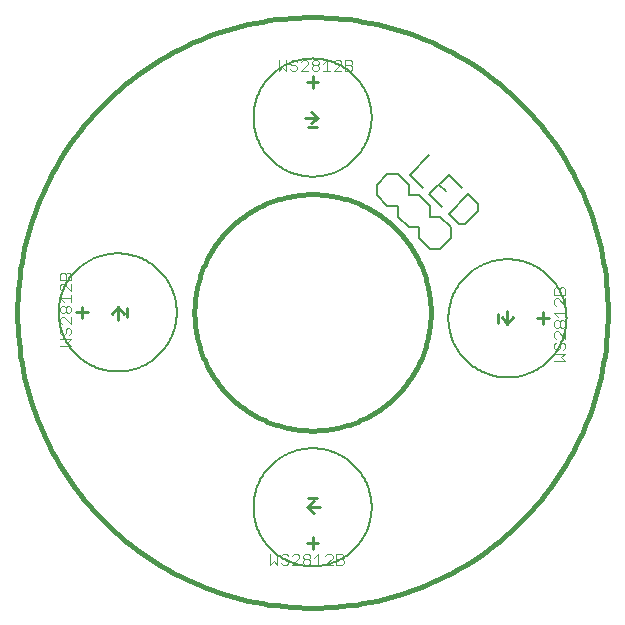
<source format=gto>
G75*
%MOIN*%
%OFA0B0*%
%FSLAX25Y25*%
%IPPOS*%
%LPD*%
%AMOC8*
5,1,8,0,0,1.08239X$1,22.5*
%
%ADD10C,0.01600*%
%ADD11C,0.00800*%
%ADD12C,0.00300*%
%ADD13C,0.01000*%
%ADD14C,0.00500*%
D10*
X0060855Y0100225D02*
X0060867Y0101191D01*
X0060902Y0102157D01*
X0060962Y0103121D01*
X0061045Y0104084D01*
X0061151Y0105044D01*
X0061281Y0106002D01*
X0061435Y0106956D01*
X0061611Y0107906D01*
X0061812Y0108851D01*
X0062035Y0109791D01*
X0062281Y0110725D01*
X0062550Y0111654D01*
X0062842Y0112575D01*
X0063156Y0113488D01*
X0063493Y0114394D01*
X0063852Y0115291D01*
X0064233Y0116179D01*
X0064635Y0117058D01*
X0065059Y0117926D01*
X0065504Y0118784D01*
X0065970Y0119630D01*
X0066456Y0120465D01*
X0066963Y0121288D01*
X0067490Y0122098D01*
X0068037Y0122895D01*
X0068603Y0123678D01*
X0069188Y0124447D01*
X0069792Y0125201D01*
X0070414Y0125940D01*
X0071054Y0126664D01*
X0071711Y0127372D01*
X0072386Y0128064D01*
X0073078Y0128739D01*
X0073786Y0129396D01*
X0074510Y0130036D01*
X0075249Y0130658D01*
X0076003Y0131262D01*
X0076772Y0131847D01*
X0077555Y0132413D01*
X0078352Y0132960D01*
X0079162Y0133487D01*
X0079985Y0133994D01*
X0080820Y0134480D01*
X0081666Y0134946D01*
X0082524Y0135391D01*
X0083392Y0135815D01*
X0084271Y0136217D01*
X0085159Y0136598D01*
X0086056Y0136957D01*
X0086962Y0137294D01*
X0087875Y0137608D01*
X0088796Y0137900D01*
X0089725Y0138169D01*
X0090659Y0138415D01*
X0091599Y0138638D01*
X0092544Y0138839D01*
X0093494Y0139015D01*
X0094448Y0139169D01*
X0095406Y0139299D01*
X0096366Y0139405D01*
X0097329Y0139488D01*
X0098293Y0139548D01*
X0099259Y0139583D01*
X0100225Y0139595D01*
X0101191Y0139583D01*
X0102157Y0139548D01*
X0103121Y0139488D01*
X0104084Y0139405D01*
X0105044Y0139299D01*
X0106002Y0139169D01*
X0106956Y0139015D01*
X0107906Y0138839D01*
X0108851Y0138638D01*
X0109791Y0138415D01*
X0110725Y0138169D01*
X0111654Y0137900D01*
X0112575Y0137608D01*
X0113488Y0137294D01*
X0114394Y0136957D01*
X0115291Y0136598D01*
X0116179Y0136217D01*
X0117058Y0135815D01*
X0117926Y0135391D01*
X0118784Y0134946D01*
X0119630Y0134480D01*
X0120465Y0133994D01*
X0121288Y0133487D01*
X0122098Y0132960D01*
X0122895Y0132413D01*
X0123678Y0131847D01*
X0124447Y0131262D01*
X0125201Y0130658D01*
X0125940Y0130036D01*
X0126664Y0129396D01*
X0127372Y0128739D01*
X0128064Y0128064D01*
X0128739Y0127372D01*
X0129396Y0126664D01*
X0130036Y0125940D01*
X0130658Y0125201D01*
X0131262Y0124447D01*
X0131847Y0123678D01*
X0132413Y0122895D01*
X0132960Y0122098D01*
X0133487Y0121288D01*
X0133994Y0120465D01*
X0134480Y0119630D01*
X0134946Y0118784D01*
X0135391Y0117926D01*
X0135815Y0117058D01*
X0136217Y0116179D01*
X0136598Y0115291D01*
X0136957Y0114394D01*
X0137294Y0113488D01*
X0137608Y0112575D01*
X0137900Y0111654D01*
X0138169Y0110725D01*
X0138415Y0109791D01*
X0138638Y0108851D01*
X0138839Y0107906D01*
X0139015Y0106956D01*
X0139169Y0106002D01*
X0139299Y0105044D01*
X0139405Y0104084D01*
X0139488Y0103121D01*
X0139548Y0102157D01*
X0139583Y0101191D01*
X0139595Y0100225D01*
X0139583Y0099259D01*
X0139548Y0098293D01*
X0139488Y0097329D01*
X0139405Y0096366D01*
X0139299Y0095406D01*
X0139169Y0094448D01*
X0139015Y0093494D01*
X0138839Y0092544D01*
X0138638Y0091599D01*
X0138415Y0090659D01*
X0138169Y0089725D01*
X0137900Y0088796D01*
X0137608Y0087875D01*
X0137294Y0086962D01*
X0136957Y0086056D01*
X0136598Y0085159D01*
X0136217Y0084271D01*
X0135815Y0083392D01*
X0135391Y0082524D01*
X0134946Y0081666D01*
X0134480Y0080820D01*
X0133994Y0079985D01*
X0133487Y0079162D01*
X0132960Y0078352D01*
X0132413Y0077555D01*
X0131847Y0076772D01*
X0131262Y0076003D01*
X0130658Y0075249D01*
X0130036Y0074510D01*
X0129396Y0073786D01*
X0128739Y0073078D01*
X0128064Y0072386D01*
X0127372Y0071711D01*
X0126664Y0071054D01*
X0125940Y0070414D01*
X0125201Y0069792D01*
X0124447Y0069188D01*
X0123678Y0068603D01*
X0122895Y0068037D01*
X0122098Y0067490D01*
X0121288Y0066963D01*
X0120465Y0066456D01*
X0119630Y0065970D01*
X0118784Y0065504D01*
X0117926Y0065059D01*
X0117058Y0064635D01*
X0116179Y0064233D01*
X0115291Y0063852D01*
X0114394Y0063493D01*
X0113488Y0063156D01*
X0112575Y0062842D01*
X0111654Y0062550D01*
X0110725Y0062281D01*
X0109791Y0062035D01*
X0108851Y0061812D01*
X0107906Y0061611D01*
X0106956Y0061435D01*
X0106002Y0061281D01*
X0105044Y0061151D01*
X0104084Y0061045D01*
X0103121Y0060962D01*
X0102157Y0060902D01*
X0101191Y0060867D01*
X0100225Y0060855D01*
X0099259Y0060867D01*
X0098293Y0060902D01*
X0097329Y0060962D01*
X0096366Y0061045D01*
X0095406Y0061151D01*
X0094448Y0061281D01*
X0093494Y0061435D01*
X0092544Y0061611D01*
X0091599Y0061812D01*
X0090659Y0062035D01*
X0089725Y0062281D01*
X0088796Y0062550D01*
X0087875Y0062842D01*
X0086962Y0063156D01*
X0086056Y0063493D01*
X0085159Y0063852D01*
X0084271Y0064233D01*
X0083392Y0064635D01*
X0082524Y0065059D01*
X0081666Y0065504D01*
X0080820Y0065970D01*
X0079985Y0066456D01*
X0079162Y0066963D01*
X0078352Y0067490D01*
X0077555Y0068037D01*
X0076772Y0068603D01*
X0076003Y0069188D01*
X0075249Y0069792D01*
X0074510Y0070414D01*
X0073786Y0071054D01*
X0073078Y0071711D01*
X0072386Y0072386D01*
X0071711Y0073078D01*
X0071054Y0073786D01*
X0070414Y0074510D01*
X0069792Y0075249D01*
X0069188Y0076003D01*
X0068603Y0076772D01*
X0068037Y0077555D01*
X0067490Y0078352D01*
X0066963Y0079162D01*
X0066456Y0079985D01*
X0065970Y0080820D01*
X0065504Y0081666D01*
X0065059Y0082524D01*
X0064635Y0083392D01*
X0064233Y0084271D01*
X0063852Y0085159D01*
X0063493Y0086056D01*
X0063156Y0086962D01*
X0062842Y0087875D01*
X0062550Y0088796D01*
X0062281Y0089725D01*
X0062035Y0090659D01*
X0061812Y0091599D01*
X0061611Y0092544D01*
X0061435Y0093494D01*
X0061281Y0094448D01*
X0061151Y0095406D01*
X0061045Y0096366D01*
X0060962Y0097329D01*
X0060902Y0098293D01*
X0060867Y0099259D01*
X0060855Y0100225D01*
X0001800Y0100225D02*
X0001830Y0102640D01*
X0001919Y0105054D01*
X0002067Y0107466D01*
X0002274Y0109872D01*
X0002540Y0112273D01*
X0002865Y0114667D01*
X0003249Y0117052D01*
X0003691Y0119427D01*
X0004192Y0121790D01*
X0004750Y0124140D01*
X0005365Y0126476D01*
X0006038Y0128796D01*
X0006768Y0131099D01*
X0007554Y0133383D01*
X0008395Y0135648D01*
X0009292Y0137891D01*
X0010244Y0140111D01*
X0011250Y0142307D01*
X0012309Y0144478D01*
X0013422Y0146622D01*
X0014587Y0148739D01*
X0015803Y0150826D01*
X0017070Y0152882D01*
X0018388Y0154907D01*
X0019754Y0156899D01*
X0021169Y0158857D01*
X0022632Y0160779D01*
X0024141Y0162665D01*
X0025697Y0164514D01*
X0027297Y0166323D01*
X0028941Y0168093D01*
X0030628Y0169822D01*
X0032357Y0171509D01*
X0034127Y0173153D01*
X0035936Y0174753D01*
X0037785Y0176309D01*
X0039671Y0177818D01*
X0041593Y0179281D01*
X0043551Y0180696D01*
X0045543Y0182062D01*
X0047568Y0183380D01*
X0049624Y0184647D01*
X0051711Y0185863D01*
X0053828Y0187028D01*
X0055972Y0188141D01*
X0058143Y0189200D01*
X0060339Y0190206D01*
X0062559Y0191158D01*
X0064802Y0192055D01*
X0067067Y0192896D01*
X0069351Y0193682D01*
X0071654Y0194412D01*
X0073974Y0195085D01*
X0076310Y0195700D01*
X0078660Y0196258D01*
X0081023Y0196759D01*
X0083398Y0197201D01*
X0085783Y0197585D01*
X0088177Y0197910D01*
X0090578Y0198176D01*
X0092984Y0198383D01*
X0095396Y0198531D01*
X0097810Y0198620D01*
X0100225Y0198650D01*
X0102640Y0198620D01*
X0105054Y0198531D01*
X0107466Y0198383D01*
X0109872Y0198176D01*
X0112273Y0197910D01*
X0114667Y0197585D01*
X0117052Y0197201D01*
X0119427Y0196759D01*
X0121790Y0196258D01*
X0124140Y0195700D01*
X0126476Y0195085D01*
X0128796Y0194412D01*
X0131099Y0193682D01*
X0133383Y0192896D01*
X0135648Y0192055D01*
X0137891Y0191158D01*
X0140111Y0190206D01*
X0142307Y0189200D01*
X0144478Y0188141D01*
X0146622Y0187028D01*
X0148739Y0185863D01*
X0150826Y0184647D01*
X0152882Y0183380D01*
X0154907Y0182062D01*
X0156899Y0180696D01*
X0158857Y0179281D01*
X0160779Y0177818D01*
X0162665Y0176309D01*
X0164514Y0174753D01*
X0166323Y0173153D01*
X0168093Y0171509D01*
X0169822Y0169822D01*
X0171509Y0168093D01*
X0173153Y0166323D01*
X0174753Y0164514D01*
X0176309Y0162665D01*
X0177818Y0160779D01*
X0179281Y0158857D01*
X0180696Y0156899D01*
X0182062Y0154907D01*
X0183380Y0152882D01*
X0184647Y0150826D01*
X0185863Y0148739D01*
X0187028Y0146622D01*
X0188141Y0144478D01*
X0189200Y0142307D01*
X0190206Y0140111D01*
X0191158Y0137891D01*
X0192055Y0135648D01*
X0192896Y0133383D01*
X0193682Y0131099D01*
X0194412Y0128796D01*
X0195085Y0126476D01*
X0195700Y0124140D01*
X0196258Y0121790D01*
X0196759Y0119427D01*
X0197201Y0117052D01*
X0197585Y0114667D01*
X0197910Y0112273D01*
X0198176Y0109872D01*
X0198383Y0107466D01*
X0198531Y0105054D01*
X0198620Y0102640D01*
X0198650Y0100225D01*
X0198620Y0097810D01*
X0198531Y0095396D01*
X0198383Y0092984D01*
X0198176Y0090578D01*
X0197910Y0088177D01*
X0197585Y0085783D01*
X0197201Y0083398D01*
X0196759Y0081023D01*
X0196258Y0078660D01*
X0195700Y0076310D01*
X0195085Y0073974D01*
X0194412Y0071654D01*
X0193682Y0069351D01*
X0192896Y0067067D01*
X0192055Y0064802D01*
X0191158Y0062559D01*
X0190206Y0060339D01*
X0189200Y0058143D01*
X0188141Y0055972D01*
X0187028Y0053828D01*
X0185863Y0051711D01*
X0184647Y0049624D01*
X0183380Y0047568D01*
X0182062Y0045543D01*
X0180696Y0043551D01*
X0179281Y0041593D01*
X0177818Y0039671D01*
X0176309Y0037785D01*
X0174753Y0035936D01*
X0173153Y0034127D01*
X0171509Y0032357D01*
X0169822Y0030628D01*
X0168093Y0028941D01*
X0166323Y0027297D01*
X0164514Y0025697D01*
X0162665Y0024141D01*
X0160779Y0022632D01*
X0158857Y0021169D01*
X0156899Y0019754D01*
X0154907Y0018388D01*
X0152882Y0017070D01*
X0150826Y0015803D01*
X0148739Y0014587D01*
X0146622Y0013422D01*
X0144478Y0012309D01*
X0142307Y0011250D01*
X0140111Y0010244D01*
X0137891Y0009292D01*
X0135648Y0008395D01*
X0133383Y0007554D01*
X0131099Y0006768D01*
X0128796Y0006038D01*
X0126476Y0005365D01*
X0124140Y0004750D01*
X0121790Y0004192D01*
X0119427Y0003691D01*
X0117052Y0003249D01*
X0114667Y0002865D01*
X0112273Y0002540D01*
X0109872Y0002274D01*
X0107466Y0002067D01*
X0105054Y0001919D01*
X0102640Y0001830D01*
X0100225Y0001800D01*
X0097810Y0001830D01*
X0095396Y0001919D01*
X0092984Y0002067D01*
X0090578Y0002274D01*
X0088177Y0002540D01*
X0085783Y0002865D01*
X0083398Y0003249D01*
X0081023Y0003691D01*
X0078660Y0004192D01*
X0076310Y0004750D01*
X0073974Y0005365D01*
X0071654Y0006038D01*
X0069351Y0006768D01*
X0067067Y0007554D01*
X0064802Y0008395D01*
X0062559Y0009292D01*
X0060339Y0010244D01*
X0058143Y0011250D01*
X0055972Y0012309D01*
X0053828Y0013422D01*
X0051711Y0014587D01*
X0049624Y0015803D01*
X0047568Y0017070D01*
X0045543Y0018388D01*
X0043551Y0019754D01*
X0041593Y0021169D01*
X0039671Y0022632D01*
X0037785Y0024141D01*
X0035936Y0025697D01*
X0034127Y0027297D01*
X0032357Y0028941D01*
X0030628Y0030628D01*
X0028941Y0032357D01*
X0027297Y0034127D01*
X0025697Y0035936D01*
X0024141Y0037785D01*
X0022632Y0039671D01*
X0021169Y0041593D01*
X0019754Y0043551D01*
X0018388Y0045543D01*
X0017070Y0047568D01*
X0015803Y0049624D01*
X0014587Y0051711D01*
X0013422Y0053828D01*
X0012309Y0055972D01*
X0011250Y0058143D01*
X0010244Y0060339D01*
X0009292Y0062559D01*
X0008395Y0064802D01*
X0007554Y0067067D01*
X0006768Y0069351D01*
X0006038Y0071654D01*
X0005365Y0073974D01*
X0004750Y0076310D01*
X0004192Y0078660D01*
X0003691Y0081023D01*
X0003249Y0083398D01*
X0002865Y0085783D01*
X0002540Y0088177D01*
X0002274Y0090578D01*
X0002067Y0092984D01*
X0001919Y0095396D01*
X0001830Y0097810D01*
X0001800Y0100225D01*
D11*
X0121654Y0139205D02*
X0125190Y0135670D01*
X0128725Y0135670D01*
X0128725Y0132134D01*
X0132261Y0128599D01*
X0135796Y0128599D01*
X0135796Y0125063D01*
X0139332Y0121528D01*
X0142867Y0121528D01*
X0146403Y0125063D01*
X0146403Y0128599D01*
X0142867Y0132134D01*
X0139332Y0132134D01*
X0139332Y0135670D01*
X0135796Y0139205D01*
X0132261Y0139205D01*
X0132261Y0142741D01*
X0128725Y0146277D01*
X0125190Y0146277D01*
X0121654Y0142741D01*
X0121654Y0139205D01*
X0132670Y0146104D02*
X0137010Y0141764D01*
X0139181Y0139593D02*
X0143521Y0135253D01*
X0145692Y0133082D02*
X0148947Y0129827D01*
X0151117Y0129827D01*
X0155458Y0134167D01*
X0155458Y0136338D01*
X0152202Y0139593D01*
X0145692Y0133082D01*
X0139181Y0139593D02*
X0145692Y0146104D01*
X0150032Y0141764D01*
X0144606Y0140678D02*
X0142436Y0142849D01*
X0139181Y0152615D02*
X0132670Y0146104D01*
D12*
X0087245Y0017295D02*
X0086010Y0016060D01*
X0086010Y0019763D01*
X0087245Y0017295D02*
X0088479Y0016060D01*
X0088479Y0019763D01*
X0089694Y0019146D02*
X0089694Y0018529D01*
X0090311Y0017912D01*
X0091545Y0017912D01*
X0092162Y0017295D01*
X0092162Y0016677D01*
X0091545Y0016060D01*
X0090311Y0016060D01*
X0089694Y0016677D01*
X0089694Y0019146D02*
X0090311Y0019763D01*
X0091545Y0019763D01*
X0092162Y0019146D01*
X0093377Y0019146D02*
X0093994Y0019763D01*
X0095228Y0019763D01*
X0095846Y0019146D01*
X0095846Y0018529D01*
X0093377Y0016060D01*
X0095846Y0016060D01*
X0097060Y0016677D02*
X0097060Y0017295D01*
X0097677Y0017912D01*
X0098912Y0017912D01*
X0099529Y0017295D01*
X0099529Y0016677D01*
X0098912Y0016060D01*
X0097677Y0016060D01*
X0097060Y0016677D01*
X0097677Y0017912D02*
X0097060Y0018529D01*
X0097060Y0019146D01*
X0097677Y0019763D01*
X0098912Y0019763D01*
X0099529Y0019146D01*
X0099529Y0018529D01*
X0098912Y0017912D01*
X0100743Y0018529D02*
X0101977Y0019763D01*
X0101977Y0016060D01*
X0100743Y0016060D02*
X0103212Y0016060D01*
X0104426Y0016060D02*
X0106895Y0018529D01*
X0106895Y0019146D01*
X0106278Y0019763D01*
X0105043Y0019763D01*
X0104426Y0019146D01*
X0104426Y0016060D02*
X0106895Y0016060D01*
X0108109Y0016060D02*
X0109961Y0016060D01*
X0110578Y0016677D01*
X0110578Y0017295D01*
X0109961Y0017912D01*
X0108109Y0017912D01*
X0108109Y0019763D02*
X0108109Y0016060D01*
X0109961Y0017912D02*
X0110578Y0018529D01*
X0110578Y0019146D01*
X0109961Y0019763D01*
X0108109Y0019763D01*
X0180687Y0084042D02*
X0184390Y0084042D01*
X0183156Y0085276D01*
X0184390Y0086511D01*
X0180687Y0086511D01*
X0181304Y0087725D02*
X0181921Y0087725D01*
X0182539Y0088342D01*
X0182539Y0089577D01*
X0183156Y0090194D01*
X0183773Y0090194D01*
X0184390Y0089577D01*
X0184390Y0088342D01*
X0183773Y0087725D01*
X0181304Y0087725D02*
X0180687Y0088342D01*
X0180687Y0089577D01*
X0181304Y0090194D01*
X0181304Y0091408D02*
X0180687Y0092025D01*
X0180687Y0093260D01*
X0181304Y0093877D01*
X0181921Y0093877D01*
X0184390Y0091408D01*
X0184390Y0093877D01*
X0183773Y0095091D02*
X0183156Y0095091D01*
X0182539Y0095709D01*
X0182539Y0096943D01*
X0183156Y0097560D01*
X0183773Y0097560D01*
X0184390Y0096943D01*
X0184390Y0095709D01*
X0183773Y0095091D01*
X0182539Y0095709D02*
X0181921Y0095091D01*
X0181304Y0095091D01*
X0180687Y0095709D01*
X0180687Y0096943D01*
X0181304Y0097560D01*
X0181921Y0097560D01*
X0182539Y0096943D01*
X0181921Y0098775D02*
X0180687Y0100009D01*
X0184390Y0100009D01*
X0184390Y0098775D02*
X0184390Y0101243D01*
X0184390Y0102458D02*
X0181921Y0104926D01*
X0181304Y0104926D01*
X0180687Y0104309D01*
X0180687Y0103075D01*
X0181304Y0102458D01*
X0184390Y0102458D02*
X0184390Y0104926D01*
X0184390Y0106141D02*
X0184390Y0107992D01*
X0183773Y0108610D01*
X0183156Y0108610D01*
X0182539Y0107992D01*
X0182539Y0106141D01*
X0184390Y0106141D02*
X0180687Y0106141D01*
X0180687Y0107992D01*
X0181304Y0108610D01*
X0181921Y0108610D01*
X0182539Y0107992D01*
X0112908Y0180690D02*
X0111057Y0180690D01*
X0111057Y0184393D01*
X0112908Y0184393D01*
X0113526Y0183776D01*
X0113526Y0183159D01*
X0112908Y0182542D01*
X0111057Y0182542D01*
X0109842Y0183159D02*
X0109842Y0183776D01*
X0109225Y0184393D01*
X0107991Y0184393D01*
X0107374Y0183776D01*
X0104925Y0184393D02*
X0104925Y0180690D01*
X0106159Y0180690D02*
X0103690Y0180690D01*
X0102476Y0181307D02*
X0101859Y0180690D01*
X0100624Y0180690D01*
X0100007Y0181307D01*
X0100007Y0181925D01*
X0100624Y0182542D01*
X0101859Y0182542D01*
X0102476Y0181925D01*
X0102476Y0181307D01*
X0101859Y0182542D02*
X0102476Y0183159D01*
X0102476Y0183776D01*
X0101859Y0184393D01*
X0100624Y0184393D01*
X0100007Y0183776D01*
X0100007Y0183159D01*
X0100624Y0182542D01*
X0098793Y0183159D02*
X0098793Y0183776D01*
X0098176Y0184393D01*
X0096941Y0184393D01*
X0096324Y0183776D01*
X0095110Y0183776D02*
X0094493Y0184393D01*
X0093258Y0184393D01*
X0092641Y0183776D01*
X0092641Y0183159D01*
X0093258Y0182542D01*
X0094493Y0182542D01*
X0095110Y0181925D01*
X0095110Y0181307D01*
X0094493Y0180690D01*
X0093258Y0180690D01*
X0092641Y0181307D01*
X0091427Y0180690D02*
X0091427Y0184393D01*
X0088958Y0184393D02*
X0088958Y0180690D01*
X0090192Y0181925D01*
X0091427Y0180690D01*
X0096324Y0180690D02*
X0098793Y0183159D01*
X0098793Y0180690D02*
X0096324Y0180690D01*
X0103690Y0183159D02*
X0104925Y0184393D01*
X0107374Y0180690D02*
X0109842Y0183159D01*
X0109842Y0180690D02*
X0107374Y0180690D01*
X0112908Y0180690D02*
X0113526Y0181307D01*
X0113526Y0181925D01*
X0112908Y0182542D01*
X0019760Y0112908D02*
X0019760Y0111057D01*
X0016057Y0111057D01*
X0016057Y0112908D01*
X0016674Y0113526D01*
X0017291Y0113526D01*
X0017909Y0112908D01*
X0017909Y0111057D01*
X0017291Y0109842D02*
X0016674Y0109842D01*
X0016057Y0109225D01*
X0016057Y0107991D01*
X0016674Y0107374D01*
X0016057Y0104925D02*
X0019760Y0104925D01*
X0019760Y0106159D02*
X0019760Y0103690D01*
X0019143Y0102476D02*
X0019760Y0101859D01*
X0019760Y0100624D01*
X0019143Y0100007D01*
X0018526Y0100007D01*
X0017909Y0100624D01*
X0017909Y0101859D01*
X0018526Y0102476D01*
X0019143Y0102476D01*
X0017909Y0101859D02*
X0017291Y0102476D01*
X0016674Y0102476D01*
X0016057Y0101859D01*
X0016057Y0100624D01*
X0016674Y0100007D01*
X0017291Y0100007D01*
X0017909Y0100624D01*
X0017291Y0098793D02*
X0016674Y0098793D01*
X0016057Y0098176D01*
X0016057Y0096941D01*
X0016674Y0096324D01*
X0016674Y0095110D02*
X0016057Y0094493D01*
X0016057Y0093258D01*
X0016674Y0092641D01*
X0017291Y0092641D01*
X0017909Y0093258D01*
X0017909Y0094493D01*
X0018526Y0095110D01*
X0019143Y0095110D01*
X0019760Y0094493D01*
X0019760Y0093258D01*
X0019143Y0092641D01*
X0019760Y0091427D02*
X0016057Y0091427D01*
X0016057Y0088958D02*
X0019760Y0088958D01*
X0018526Y0090192D01*
X0019760Y0091427D01*
X0019760Y0096324D02*
X0017291Y0098793D01*
X0019760Y0098793D02*
X0019760Y0096324D01*
X0017291Y0103690D02*
X0016057Y0104925D01*
X0019760Y0107374D02*
X0017291Y0109842D01*
X0019760Y0109842D02*
X0019760Y0107374D01*
X0019760Y0112908D02*
X0019143Y0113526D01*
X0018526Y0113526D01*
X0017909Y0112908D01*
D13*
X0023454Y0102194D02*
X0023454Y0098257D01*
X0021485Y0100225D02*
X0025422Y0100225D01*
X0033296Y0099831D02*
X0035265Y0102194D01*
X0037233Y0099831D01*
X0038414Y0098650D02*
X0038414Y0101800D01*
X0035265Y0102194D02*
X0035265Y0097863D01*
X0098650Y0038414D02*
X0101800Y0038414D01*
X0100619Y0037233D02*
X0098257Y0035265D01*
X0100619Y0033296D01*
X0102587Y0035265D02*
X0098257Y0035265D01*
X0100225Y0025422D02*
X0100225Y0021485D01*
X0098257Y0023454D02*
X0102194Y0023454D01*
X0162036Y0096682D02*
X0162036Y0099831D01*
X0163217Y0098650D02*
X0165186Y0096288D01*
X0167154Y0098650D01*
X0165186Y0100619D02*
X0165186Y0096288D01*
X0175028Y0098257D02*
X0178965Y0098257D01*
X0176997Y0100225D02*
X0176997Y0096288D01*
X0101800Y0162036D02*
X0098650Y0162036D01*
X0099831Y0163217D02*
X0102194Y0165186D01*
X0099831Y0167154D01*
X0097863Y0165186D02*
X0102194Y0165186D01*
X0100225Y0175028D02*
X0100225Y0178965D01*
X0098257Y0176997D02*
X0102194Y0176997D01*
D14*
X0080540Y0165186D02*
X0080546Y0165669D01*
X0080564Y0166152D01*
X0080593Y0166634D01*
X0080635Y0167115D01*
X0080688Y0167596D01*
X0080753Y0168074D01*
X0080830Y0168551D01*
X0080918Y0169026D01*
X0081018Y0169499D01*
X0081130Y0169969D01*
X0081253Y0170436D01*
X0081388Y0170900D01*
X0081534Y0171361D01*
X0081691Y0171818D01*
X0081859Y0172271D01*
X0082038Y0172719D01*
X0082229Y0173163D01*
X0082430Y0173602D01*
X0082642Y0174037D01*
X0082864Y0174465D01*
X0083097Y0174889D01*
X0083341Y0175306D01*
X0083594Y0175717D01*
X0083858Y0176122D01*
X0084131Y0176521D01*
X0084414Y0176912D01*
X0084706Y0177297D01*
X0085008Y0177674D01*
X0085319Y0178044D01*
X0085639Y0178406D01*
X0085968Y0178760D01*
X0086306Y0179105D01*
X0086651Y0179443D01*
X0087005Y0179772D01*
X0087367Y0180092D01*
X0087737Y0180403D01*
X0088114Y0180705D01*
X0088499Y0180997D01*
X0088890Y0181280D01*
X0089289Y0181553D01*
X0089694Y0181817D01*
X0090105Y0182070D01*
X0090522Y0182314D01*
X0090946Y0182547D01*
X0091374Y0182769D01*
X0091809Y0182981D01*
X0092248Y0183182D01*
X0092692Y0183373D01*
X0093140Y0183552D01*
X0093593Y0183720D01*
X0094050Y0183877D01*
X0094511Y0184023D01*
X0094975Y0184158D01*
X0095442Y0184281D01*
X0095912Y0184393D01*
X0096385Y0184493D01*
X0096860Y0184581D01*
X0097337Y0184658D01*
X0097815Y0184723D01*
X0098296Y0184776D01*
X0098777Y0184818D01*
X0099259Y0184847D01*
X0099742Y0184865D01*
X0100225Y0184871D01*
X0100708Y0184865D01*
X0101191Y0184847D01*
X0101673Y0184818D01*
X0102154Y0184776D01*
X0102635Y0184723D01*
X0103113Y0184658D01*
X0103590Y0184581D01*
X0104065Y0184493D01*
X0104538Y0184393D01*
X0105008Y0184281D01*
X0105475Y0184158D01*
X0105939Y0184023D01*
X0106400Y0183877D01*
X0106857Y0183720D01*
X0107310Y0183552D01*
X0107758Y0183373D01*
X0108202Y0183182D01*
X0108641Y0182981D01*
X0109076Y0182769D01*
X0109504Y0182547D01*
X0109928Y0182314D01*
X0110345Y0182070D01*
X0110756Y0181817D01*
X0111161Y0181553D01*
X0111560Y0181280D01*
X0111951Y0180997D01*
X0112336Y0180705D01*
X0112713Y0180403D01*
X0113083Y0180092D01*
X0113445Y0179772D01*
X0113799Y0179443D01*
X0114144Y0179105D01*
X0114482Y0178760D01*
X0114811Y0178406D01*
X0115131Y0178044D01*
X0115442Y0177674D01*
X0115744Y0177297D01*
X0116036Y0176912D01*
X0116319Y0176521D01*
X0116592Y0176122D01*
X0116856Y0175717D01*
X0117109Y0175306D01*
X0117353Y0174889D01*
X0117586Y0174465D01*
X0117808Y0174037D01*
X0118020Y0173602D01*
X0118221Y0173163D01*
X0118412Y0172719D01*
X0118591Y0172271D01*
X0118759Y0171818D01*
X0118916Y0171361D01*
X0119062Y0170900D01*
X0119197Y0170436D01*
X0119320Y0169969D01*
X0119432Y0169499D01*
X0119532Y0169026D01*
X0119620Y0168551D01*
X0119697Y0168074D01*
X0119762Y0167596D01*
X0119815Y0167115D01*
X0119857Y0166634D01*
X0119886Y0166152D01*
X0119904Y0165669D01*
X0119910Y0165186D01*
X0119904Y0164703D01*
X0119886Y0164220D01*
X0119857Y0163738D01*
X0119815Y0163257D01*
X0119762Y0162776D01*
X0119697Y0162298D01*
X0119620Y0161821D01*
X0119532Y0161346D01*
X0119432Y0160873D01*
X0119320Y0160403D01*
X0119197Y0159936D01*
X0119062Y0159472D01*
X0118916Y0159011D01*
X0118759Y0158554D01*
X0118591Y0158101D01*
X0118412Y0157653D01*
X0118221Y0157209D01*
X0118020Y0156770D01*
X0117808Y0156335D01*
X0117586Y0155907D01*
X0117353Y0155483D01*
X0117109Y0155066D01*
X0116856Y0154655D01*
X0116592Y0154250D01*
X0116319Y0153851D01*
X0116036Y0153460D01*
X0115744Y0153075D01*
X0115442Y0152698D01*
X0115131Y0152328D01*
X0114811Y0151966D01*
X0114482Y0151612D01*
X0114144Y0151267D01*
X0113799Y0150929D01*
X0113445Y0150600D01*
X0113083Y0150280D01*
X0112713Y0149969D01*
X0112336Y0149667D01*
X0111951Y0149375D01*
X0111560Y0149092D01*
X0111161Y0148819D01*
X0110756Y0148555D01*
X0110345Y0148302D01*
X0109928Y0148058D01*
X0109504Y0147825D01*
X0109076Y0147603D01*
X0108641Y0147391D01*
X0108202Y0147190D01*
X0107758Y0146999D01*
X0107310Y0146820D01*
X0106857Y0146652D01*
X0106400Y0146495D01*
X0105939Y0146349D01*
X0105475Y0146214D01*
X0105008Y0146091D01*
X0104538Y0145979D01*
X0104065Y0145879D01*
X0103590Y0145791D01*
X0103113Y0145714D01*
X0102635Y0145649D01*
X0102154Y0145596D01*
X0101673Y0145554D01*
X0101191Y0145525D01*
X0100708Y0145507D01*
X0100225Y0145501D01*
X0099742Y0145507D01*
X0099259Y0145525D01*
X0098777Y0145554D01*
X0098296Y0145596D01*
X0097815Y0145649D01*
X0097337Y0145714D01*
X0096860Y0145791D01*
X0096385Y0145879D01*
X0095912Y0145979D01*
X0095442Y0146091D01*
X0094975Y0146214D01*
X0094511Y0146349D01*
X0094050Y0146495D01*
X0093593Y0146652D01*
X0093140Y0146820D01*
X0092692Y0146999D01*
X0092248Y0147190D01*
X0091809Y0147391D01*
X0091374Y0147603D01*
X0090946Y0147825D01*
X0090522Y0148058D01*
X0090105Y0148302D01*
X0089694Y0148555D01*
X0089289Y0148819D01*
X0088890Y0149092D01*
X0088499Y0149375D01*
X0088114Y0149667D01*
X0087737Y0149969D01*
X0087367Y0150280D01*
X0087005Y0150600D01*
X0086651Y0150929D01*
X0086306Y0151267D01*
X0085968Y0151612D01*
X0085639Y0151966D01*
X0085319Y0152328D01*
X0085008Y0152698D01*
X0084706Y0153075D01*
X0084414Y0153460D01*
X0084131Y0153851D01*
X0083858Y0154250D01*
X0083594Y0154655D01*
X0083341Y0155066D01*
X0083097Y0155483D01*
X0082864Y0155907D01*
X0082642Y0156335D01*
X0082430Y0156770D01*
X0082229Y0157209D01*
X0082038Y0157653D01*
X0081859Y0158101D01*
X0081691Y0158554D01*
X0081534Y0159011D01*
X0081388Y0159472D01*
X0081253Y0159936D01*
X0081130Y0160403D01*
X0081018Y0160873D01*
X0080918Y0161346D01*
X0080830Y0161821D01*
X0080753Y0162298D01*
X0080688Y0162776D01*
X0080635Y0163257D01*
X0080593Y0163738D01*
X0080564Y0164220D01*
X0080546Y0164703D01*
X0080540Y0165186D01*
X0015580Y0100225D02*
X0015586Y0100708D01*
X0015604Y0101191D01*
X0015633Y0101673D01*
X0015675Y0102154D01*
X0015728Y0102635D01*
X0015793Y0103113D01*
X0015870Y0103590D01*
X0015958Y0104065D01*
X0016058Y0104538D01*
X0016170Y0105008D01*
X0016293Y0105475D01*
X0016428Y0105939D01*
X0016574Y0106400D01*
X0016731Y0106857D01*
X0016899Y0107310D01*
X0017078Y0107758D01*
X0017269Y0108202D01*
X0017470Y0108641D01*
X0017682Y0109076D01*
X0017904Y0109504D01*
X0018137Y0109928D01*
X0018381Y0110345D01*
X0018634Y0110756D01*
X0018898Y0111161D01*
X0019171Y0111560D01*
X0019454Y0111951D01*
X0019746Y0112336D01*
X0020048Y0112713D01*
X0020359Y0113083D01*
X0020679Y0113445D01*
X0021008Y0113799D01*
X0021346Y0114144D01*
X0021691Y0114482D01*
X0022045Y0114811D01*
X0022407Y0115131D01*
X0022777Y0115442D01*
X0023154Y0115744D01*
X0023539Y0116036D01*
X0023930Y0116319D01*
X0024329Y0116592D01*
X0024734Y0116856D01*
X0025145Y0117109D01*
X0025562Y0117353D01*
X0025986Y0117586D01*
X0026414Y0117808D01*
X0026849Y0118020D01*
X0027288Y0118221D01*
X0027732Y0118412D01*
X0028180Y0118591D01*
X0028633Y0118759D01*
X0029090Y0118916D01*
X0029551Y0119062D01*
X0030015Y0119197D01*
X0030482Y0119320D01*
X0030952Y0119432D01*
X0031425Y0119532D01*
X0031900Y0119620D01*
X0032377Y0119697D01*
X0032855Y0119762D01*
X0033336Y0119815D01*
X0033817Y0119857D01*
X0034299Y0119886D01*
X0034782Y0119904D01*
X0035265Y0119910D01*
X0035748Y0119904D01*
X0036231Y0119886D01*
X0036713Y0119857D01*
X0037194Y0119815D01*
X0037675Y0119762D01*
X0038153Y0119697D01*
X0038630Y0119620D01*
X0039105Y0119532D01*
X0039578Y0119432D01*
X0040048Y0119320D01*
X0040515Y0119197D01*
X0040979Y0119062D01*
X0041440Y0118916D01*
X0041897Y0118759D01*
X0042350Y0118591D01*
X0042798Y0118412D01*
X0043242Y0118221D01*
X0043681Y0118020D01*
X0044116Y0117808D01*
X0044544Y0117586D01*
X0044968Y0117353D01*
X0045385Y0117109D01*
X0045796Y0116856D01*
X0046201Y0116592D01*
X0046600Y0116319D01*
X0046991Y0116036D01*
X0047376Y0115744D01*
X0047753Y0115442D01*
X0048123Y0115131D01*
X0048485Y0114811D01*
X0048839Y0114482D01*
X0049184Y0114144D01*
X0049522Y0113799D01*
X0049851Y0113445D01*
X0050171Y0113083D01*
X0050482Y0112713D01*
X0050784Y0112336D01*
X0051076Y0111951D01*
X0051359Y0111560D01*
X0051632Y0111161D01*
X0051896Y0110756D01*
X0052149Y0110345D01*
X0052393Y0109928D01*
X0052626Y0109504D01*
X0052848Y0109076D01*
X0053060Y0108641D01*
X0053261Y0108202D01*
X0053452Y0107758D01*
X0053631Y0107310D01*
X0053799Y0106857D01*
X0053956Y0106400D01*
X0054102Y0105939D01*
X0054237Y0105475D01*
X0054360Y0105008D01*
X0054472Y0104538D01*
X0054572Y0104065D01*
X0054660Y0103590D01*
X0054737Y0103113D01*
X0054802Y0102635D01*
X0054855Y0102154D01*
X0054897Y0101673D01*
X0054926Y0101191D01*
X0054944Y0100708D01*
X0054950Y0100225D01*
X0054944Y0099742D01*
X0054926Y0099259D01*
X0054897Y0098777D01*
X0054855Y0098296D01*
X0054802Y0097815D01*
X0054737Y0097337D01*
X0054660Y0096860D01*
X0054572Y0096385D01*
X0054472Y0095912D01*
X0054360Y0095442D01*
X0054237Y0094975D01*
X0054102Y0094511D01*
X0053956Y0094050D01*
X0053799Y0093593D01*
X0053631Y0093140D01*
X0053452Y0092692D01*
X0053261Y0092248D01*
X0053060Y0091809D01*
X0052848Y0091374D01*
X0052626Y0090946D01*
X0052393Y0090522D01*
X0052149Y0090105D01*
X0051896Y0089694D01*
X0051632Y0089289D01*
X0051359Y0088890D01*
X0051076Y0088499D01*
X0050784Y0088114D01*
X0050482Y0087737D01*
X0050171Y0087367D01*
X0049851Y0087005D01*
X0049522Y0086651D01*
X0049184Y0086306D01*
X0048839Y0085968D01*
X0048485Y0085639D01*
X0048123Y0085319D01*
X0047753Y0085008D01*
X0047376Y0084706D01*
X0046991Y0084414D01*
X0046600Y0084131D01*
X0046201Y0083858D01*
X0045796Y0083594D01*
X0045385Y0083341D01*
X0044968Y0083097D01*
X0044544Y0082864D01*
X0044116Y0082642D01*
X0043681Y0082430D01*
X0043242Y0082229D01*
X0042798Y0082038D01*
X0042350Y0081859D01*
X0041897Y0081691D01*
X0041440Y0081534D01*
X0040979Y0081388D01*
X0040515Y0081253D01*
X0040048Y0081130D01*
X0039578Y0081018D01*
X0039105Y0080918D01*
X0038630Y0080830D01*
X0038153Y0080753D01*
X0037675Y0080688D01*
X0037194Y0080635D01*
X0036713Y0080593D01*
X0036231Y0080564D01*
X0035748Y0080546D01*
X0035265Y0080540D01*
X0034782Y0080546D01*
X0034299Y0080564D01*
X0033817Y0080593D01*
X0033336Y0080635D01*
X0032855Y0080688D01*
X0032377Y0080753D01*
X0031900Y0080830D01*
X0031425Y0080918D01*
X0030952Y0081018D01*
X0030482Y0081130D01*
X0030015Y0081253D01*
X0029551Y0081388D01*
X0029090Y0081534D01*
X0028633Y0081691D01*
X0028180Y0081859D01*
X0027732Y0082038D01*
X0027288Y0082229D01*
X0026849Y0082430D01*
X0026414Y0082642D01*
X0025986Y0082864D01*
X0025562Y0083097D01*
X0025145Y0083341D01*
X0024734Y0083594D01*
X0024329Y0083858D01*
X0023930Y0084131D01*
X0023539Y0084414D01*
X0023154Y0084706D01*
X0022777Y0085008D01*
X0022407Y0085319D01*
X0022045Y0085639D01*
X0021691Y0085968D01*
X0021346Y0086306D01*
X0021008Y0086651D01*
X0020679Y0087005D01*
X0020359Y0087367D01*
X0020048Y0087737D01*
X0019746Y0088114D01*
X0019454Y0088499D01*
X0019171Y0088890D01*
X0018898Y0089289D01*
X0018634Y0089694D01*
X0018381Y0090105D01*
X0018137Y0090522D01*
X0017904Y0090946D01*
X0017682Y0091374D01*
X0017470Y0091809D01*
X0017269Y0092248D01*
X0017078Y0092692D01*
X0016899Y0093140D01*
X0016731Y0093593D01*
X0016574Y0094050D01*
X0016428Y0094511D01*
X0016293Y0094975D01*
X0016170Y0095442D01*
X0016058Y0095912D01*
X0015958Y0096385D01*
X0015870Y0096860D01*
X0015793Y0097337D01*
X0015728Y0097815D01*
X0015675Y0098296D01*
X0015633Y0098777D01*
X0015604Y0099259D01*
X0015586Y0099742D01*
X0015580Y0100225D01*
X0080540Y0035265D02*
X0080546Y0035748D01*
X0080564Y0036231D01*
X0080593Y0036713D01*
X0080635Y0037194D01*
X0080688Y0037675D01*
X0080753Y0038153D01*
X0080830Y0038630D01*
X0080918Y0039105D01*
X0081018Y0039578D01*
X0081130Y0040048D01*
X0081253Y0040515D01*
X0081388Y0040979D01*
X0081534Y0041440D01*
X0081691Y0041897D01*
X0081859Y0042350D01*
X0082038Y0042798D01*
X0082229Y0043242D01*
X0082430Y0043681D01*
X0082642Y0044116D01*
X0082864Y0044544D01*
X0083097Y0044968D01*
X0083341Y0045385D01*
X0083594Y0045796D01*
X0083858Y0046201D01*
X0084131Y0046600D01*
X0084414Y0046991D01*
X0084706Y0047376D01*
X0085008Y0047753D01*
X0085319Y0048123D01*
X0085639Y0048485D01*
X0085968Y0048839D01*
X0086306Y0049184D01*
X0086651Y0049522D01*
X0087005Y0049851D01*
X0087367Y0050171D01*
X0087737Y0050482D01*
X0088114Y0050784D01*
X0088499Y0051076D01*
X0088890Y0051359D01*
X0089289Y0051632D01*
X0089694Y0051896D01*
X0090105Y0052149D01*
X0090522Y0052393D01*
X0090946Y0052626D01*
X0091374Y0052848D01*
X0091809Y0053060D01*
X0092248Y0053261D01*
X0092692Y0053452D01*
X0093140Y0053631D01*
X0093593Y0053799D01*
X0094050Y0053956D01*
X0094511Y0054102D01*
X0094975Y0054237D01*
X0095442Y0054360D01*
X0095912Y0054472D01*
X0096385Y0054572D01*
X0096860Y0054660D01*
X0097337Y0054737D01*
X0097815Y0054802D01*
X0098296Y0054855D01*
X0098777Y0054897D01*
X0099259Y0054926D01*
X0099742Y0054944D01*
X0100225Y0054950D01*
X0100708Y0054944D01*
X0101191Y0054926D01*
X0101673Y0054897D01*
X0102154Y0054855D01*
X0102635Y0054802D01*
X0103113Y0054737D01*
X0103590Y0054660D01*
X0104065Y0054572D01*
X0104538Y0054472D01*
X0105008Y0054360D01*
X0105475Y0054237D01*
X0105939Y0054102D01*
X0106400Y0053956D01*
X0106857Y0053799D01*
X0107310Y0053631D01*
X0107758Y0053452D01*
X0108202Y0053261D01*
X0108641Y0053060D01*
X0109076Y0052848D01*
X0109504Y0052626D01*
X0109928Y0052393D01*
X0110345Y0052149D01*
X0110756Y0051896D01*
X0111161Y0051632D01*
X0111560Y0051359D01*
X0111951Y0051076D01*
X0112336Y0050784D01*
X0112713Y0050482D01*
X0113083Y0050171D01*
X0113445Y0049851D01*
X0113799Y0049522D01*
X0114144Y0049184D01*
X0114482Y0048839D01*
X0114811Y0048485D01*
X0115131Y0048123D01*
X0115442Y0047753D01*
X0115744Y0047376D01*
X0116036Y0046991D01*
X0116319Y0046600D01*
X0116592Y0046201D01*
X0116856Y0045796D01*
X0117109Y0045385D01*
X0117353Y0044968D01*
X0117586Y0044544D01*
X0117808Y0044116D01*
X0118020Y0043681D01*
X0118221Y0043242D01*
X0118412Y0042798D01*
X0118591Y0042350D01*
X0118759Y0041897D01*
X0118916Y0041440D01*
X0119062Y0040979D01*
X0119197Y0040515D01*
X0119320Y0040048D01*
X0119432Y0039578D01*
X0119532Y0039105D01*
X0119620Y0038630D01*
X0119697Y0038153D01*
X0119762Y0037675D01*
X0119815Y0037194D01*
X0119857Y0036713D01*
X0119886Y0036231D01*
X0119904Y0035748D01*
X0119910Y0035265D01*
X0119904Y0034782D01*
X0119886Y0034299D01*
X0119857Y0033817D01*
X0119815Y0033336D01*
X0119762Y0032855D01*
X0119697Y0032377D01*
X0119620Y0031900D01*
X0119532Y0031425D01*
X0119432Y0030952D01*
X0119320Y0030482D01*
X0119197Y0030015D01*
X0119062Y0029551D01*
X0118916Y0029090D01*
X0118759Y0028633D01*
X0118591Y0028180D01*
X0118412Y0027732D01*
X0118221Y0027288D01*
X0118020Y0026849D01*
X0117808Y0026414D01*
X0117586Y0025986D01*
X0117353Y0025562D01*
X0117109Y0025145D01*
X0116856Y0024734D01*
X0116592Y0024329D01*
X0116319Y0023930D01*
X0116036Y0023539D01*
X0115744Y0023154D01*
X0115442Y0022777D01*
X0115131Y0022407D01*
X0114811Y0022045D01*
X0114482Y0021691D01*
X0114144Y0021346D01*
X0113799Y0021008D01*
X0113445Y0020679D01*
X0113083Y0020359D01*
X0112713Y0020048D01*
X0112336Y0019746D01*
X0111951Y0019454D01*
X0111560Y0019171D01*
X0111161Y0018898D01*
X0110756Y0018634D01*
X0110345Y0018381D01*
X0109928Y0018137D01*
X0109504Y0017904D01*
X0109076Y0017682D01*
X0108641Y0017470D01*
X0108202Y0017269D01*
X0107758Y0017078D01*
X0107310Y0016899D01*
X0106857Y0016731D01*
X0106400Y0016574D01*
X0105939Y0016428D01*
X0105475Y0016293D01*
X0105008Y0016170D01*
X0104538Y0016058D01*
X0104065Y0015958D01*
X0103590Y0015870D01*
X0103113Y0015793D01*
X0102635Y0015728D01*
X0102154Y0015675D01*
X0101673Y0015633D01*
X0101191Y0015604D01*
X0100708Y0015586D01*
X0100225Y0015580D01*
X0099742Y0015586D01*
X0099259Y0015604D01*
X0098777Y0015633D01*
X0098296Y0015675D01*
X0097815Y0015728D01*
X0097337Y0015793D01*
X0096860Y0015870D01*
X0096385Y0015958D01*
X0095912Y0016058D01*
X0095442Y0016170D01*
X0094975Y0016293D01*
X0094511Y0016428D01*
X0094050Y0016574D01*
X0093593Y0016731D01*
X0093140Y0016899D01*
X0092692Y0017078D01*
X0092248Y0017269D01*
X0091809Y0017470D01*
X0091374Y0017682D01*
X0090946Y0017904D01*
X0090522Y0018137D01*
X0090105Y0018381D01*
X0089694Y0018634D01*
X0089289Y0018898D01*
X0088890Y0019171D01*
X0088499Y0019454D01*
X0088114Y0019746D01*
X0087737Y0020048D01*
X0087367Y0020359D01*
X0087005Y0020679D01*
X0086651Y0021008D01*
X0086306Y0021346D01*
X0085968Y0021691D01*
X0085639Y0022045D01*
X0085319Y0022407D01*
X0085008Y0022777D01*
X0084706Y0023154D01*
X0084414Y0023539D01*
X0084131Y0023930D01*
X0083858Y0024329D01*
X0083594Y0024734D01*
X0083341Y0025145D01*
X0083097Y0025562D01*
X0082864Y0025986D01*
X0082642Y0026414D01*
X0082430Y0026849D01*
X0082229Y0027288D01*
X0082038Y0027732D01*
X0081859Y0028180D01*
X0081691Y0028633D01*
X0081534Y0029090D01*
X0081388Y0029551D01*
X0081253Y0030015D01*
X0081130Y0030482D01*
X0081018Y0030952D01*
X0080918Y0031425D01*
X0080830Y0031900D01*
X0080753Y0032377D01*
X0080688Y0032855D01*
X0080635Y0033336D01*
X0080593Y0033817D01*
X0080564Y0034299D01*
X0080546Y0034782D01*
X0080540Y0035265D01*
X0145501Y0098257D02*
X0145507Y0098740D01*
X0145525Y0099223D01*
X0145554Y0099705D01*
X0145596Y0100186D01*
X0145649Y0100667D01*
X0145714Y0101145D01*
X0145791Y0101622D01*
X0145879Y0102097D01*
X0145979Y0102570D01*
X0146091Y0103040D01*
X0146214Y0103507D01*
X0146349Y0103971D01*
X0146495Y0104432D01*
X0146652Y0104889D01*
X0146820Y0105342D01*
X0146999Y0105790D01*
X0147190Y0106234D01*
X0147391Y0106673D01*
X0147603Y0107108D01*
X0147825Y0107536D01*
X0148058Y0107960D01*
X0148302Y0108377D01*
X0148555Y0108788D01*
X0148819Y0109193D01*
X0149092Y0109592D01*
X0149375Y0109983D01*
X0149667Y0110368D01*
X0149969Y0110745D01*
X0150280Y0111115D01*
X0150600Y0111477D01*
X0150929Y0111831D01*
X0151267Y0112176D01*
X0151612Y0112514D01*
X0151966Y0112843D01*
X0152328Y0113163D01*
X0152698Y0113474D01*
X0153075Y0113776D01*
X0153460Y0114068D01*
X0153851Y0114351D01*
X0154250Y0114624D01*
X0154655Y0114888D01*
X0155066Y0115141D01*
X0155483Y0115385D01*
X0155907Y0115618D01*
X0156335Y0115840D01*
X0156770Y0116052D01*
X0157209Y0116253D01*
X0157653Y0116444D01*
X0158101Y0116623D01*
X0158554Y0116791D01*
X0159011Y0116948D01*
X0159472Y0117094D01*
X0159936Y0117229D01*
X0160403Y0117352D01*
X0160873Y0117464D01*
X0161346Y0117564D01*
X0161821Y0117652D01*
X0162298Y0117729D01*
X0162776Y0117794D01*
X0163257Y0117847D01*
X0163738Y0117889D01*
X0164220Y0117918D01*
X0164703Y0117936D01*
X0165186Y0117942D01*
X0165669Y0117936D01*
X0166152Y0117918D01*
X0166634Y0117889D01*
X0167115Y0117847D01*
X0167596Y0117794D01*
X0168074Y0117729D01*
X0168551Y0117652D01*
X0169026Y0117564D01*
X0169499Y0117464D01*
X0169969Y0117352D01*
X0170436Y0117229D01*
X0170900Y0117094D01*
X0171361Y0116948D01*
X0171818Y0116791D01*
X0172271Y0116623D01*
X0172719Y0116444D01*
X0173163Y0116253D01*
X0173602Y0116052D01*
X0174037Y0115840D01*
X0174465Y0115618D01*
X0174889Y0115385D01*
X0175306Y0115141D01*
X0175717Y0114888D01*
X0176122Y0114624D01*
X0176521Y0114351D01*
X0176912Y0114068D01*
X0177297Y0113776D01*
X0177674Y0113474D01*
X0178044Y0113163D01*
X0178406Y0112843D01*
X0178760Y0112514D01*
X0179105Y0112176D01*
X0179443Y0111831D01*
X0179772Y0111477D01*
X0180092Y0111115D01*
X0180403Y0110745D01*
X0180705Y0110368D01*
X0180997Y0109983D01*
X0181280Y0109592D01*
X0181553Y0109193D01*
X0181817Y0108788D01*
X0182070Y0108377D01*
X0182314Y0107960D01*
X0182547Y0107536D01*
X0182769Y0107108D01*
X0182981Y0106673D01*
X0183182Y0106234D01*
X0183373Y0105790D01*
X0183552Y0105342D01*
X0183720Y0104889D01*
X0183877Y0104432D01*
X0184023Y0103971D01*
X0184158Y0103507D01*
X0184281Y0103040D01*
X0184393Y0102570D01*
X0184493Y0102097D01*
X0184581Y0101622D01*
X0184658Y0101145D01*
X0184723Y0100667D01*
X0184776Y0100186D01*
X0184818Y0099705D01*
X0184847Y0099223D01*
X0184865Y0098740D01*
X0184871Y0098257D01*
X0184865Y0097774D01*
X0184847Y0097291D01*
X0184818Y0096809D01*
X0184776Y0096328D01*
X0184723Y0095847D01*
X0184658Y0095369D01*
X0184581Y0094892D01*
X0184493Y0094417D01*
X0184393Y0093944D01*
X0184281Y0093474D01*
X0184158Y0093007D01*
X0184023Y0092543D01*
X0183877Y0092082D01*
X0183720Y0091625D01*
X0183552Y0091172D01*
X0183373Y0090724D01*
X0183182Y0090280D01*
X0182981Y0089841D01*
X0182769Y0089406D01*
X0182547Y0088978D01*
X0182314Y0088554D01*
X0182070Y0088137D01*
X0181817Y0087726D01*
X0181553Y0087321D01*
X0181280Y0086922D01*
X0180997Y0086531D01*
X0180705Y0086146D01*
X0180403Y0085769D01*
X0180092Y0085399D01*
X0179772Y0085037D01*
X0179443Y0084683D01*
X0179105Y0084338D01*
X0178760Y0084000D01*
X0178406Y0083671D01*
X0178044Y0083351D01*
X0177674Y0083040D01*
X0177297Y0082738D01*
X0176912Y0082446D01*
X0176521Y0082163D01*
X0176122Y0081890D01*
X0175717Y0081626D01*
X0175306Y0081373D01*
X0174889Y0081129D01*
X0174465Y0080896D01*
X0174037Y0080674D01*
X0173602Y0080462D01*
X0173163Y0080261D01*
X0172719Y0080070D01*
X0172271Y0079891D01*
X0171818Y0079723D01*
X0171361Y0079566D01*
X0170900Y0079420D01*
X0170436Y0079285D01*
X0169969Y0079162D01*
X0169499Y0079050D01*
X0169026Y0078950D01*
X0168551Y0078862D01*
X0168074Y0078785D01*
X0167596Y0078720D01*
X0167115Y0078667D01*
X0166634Y0078625D01*
X0166152Y0078596D01*
X0165669Y0078578D01*
X0165186Y0078572D01*
X0164703Y0078578D01*
X0164220Y0078596D01*
X0163738Y0078625D01*
X0163257Y0078667D01*
X0162776Y0078720D01*
X0162298Y0078785D01*
X0161821Y0078862D01*
X0161346Y0078950D01*
X0160873Y0079050D01*
X0160403Y0079162D01*
X0159936Y0079285D01*
X0159472Y0079420D01*
X0159011Y0079566D01*
X0158554Y0079723D01*
X0158101Y0079891D01*
X0157653Y0080070D01*
X0157209Y0080261D01*
X0156770Y0080462D01*
X0156335Y0080674D01*
X0155907Y0080896D01*
X0155483Y0081129D01*
X0155066Y0081373D01*
X0154655Y0081626D01*
X0154250Y0081890D01*
X0153851Y0082163D01*
X0153460Y0082446D01*
X0153075Y0082738D01*
X0152698Y0083040D01*
X0152328Y0083351D01*
X0151966Y0083671D01*
X0151612Y0084000D01*
X0151267Y0084338D01*
X0150929Y0084683D01*
X0150600Y0085037D01*
X0150280Y0085399D01*
X0149969Y0085769D01*
X0149667Y0086146D01*
X0149375Y0086531D01*
X0149092Y0086922D01*
X0148819Y0087321D01*
X0148555Y0087726D01*
X0148302Y0088137D01*
X0148058Y0088554D01*
X0147825Y0088978D01*
X0147603Y0089406D01*
X0147391Y0089841D01*
X0147190Y0090280D01*
X0146999Y0090724D01*
X0146820Y0091172D01*
X0146652Y0091625D01*
X0146495Y0092082D01*
X0146349Y0092543D01*
X0146214Y0093007D01*
X0146091Y0093474D01*
X0145979Y0093944D01*
X0145879Y0094417D01*
X0145791Y0094892D01*
X0145714Y0095369D01*
X0145649Y0095847D01*
X0145596Y0096328D01*
X0145554Y0096809D01*
X0145525Y0097291D01*
X0145507Y0097774D01*
X0145501Y0098257D01*
M02*

</source>
